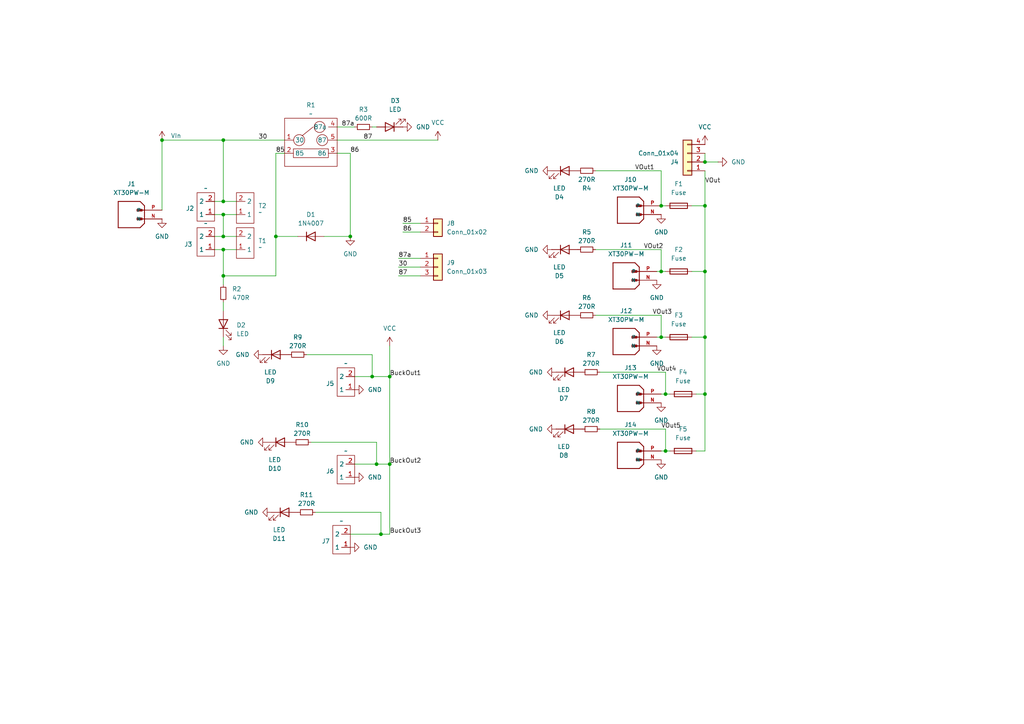
<source format=kicad_sch>
(kicad_sch (version 20250114) (generator "eeschema") (generator_version "9.0")
  (paper "A4")
  (title_block (title "Capybara Rover Power") (date "2025-04-02") (rev "3.1") (company "Imperial Planetary Robotics Lab"))
  (lib_symbols
    (symbol "2.54Jumper:2Pin"
      (property "Reference" "T" (at 0 0 0))
      (symbol "2Pin_0_1"
        (rectangle (start -2.54 8.89) (end 2.54 0))
      )
      (symbol "2Pin_1_1"
        (pin bidirectional line (at 2.54 6.35 180) (length 2.54) (name "1") (number "1"))
        (pin bidirectional line (at 2.54 2.54 180) (length 2.54) (name "2") (number "2"))
      )
    )
    (symbol "2.54Jumper:Wago2P"
      (property "Reference" "J" (at 0 0 0))
      (symbol "Wago2P_0_1"
        (rectangle (start -2.54 8.255) (end 2.54 0))
      )
      (symbol "Wago2P_1_1"
        (pin bidirectional line (at -2.54 6.35 0) (length 2.54) (name "1") (number "1"))
        (pin bidirectional line (at -2.54 2.54 0) (length 2.54) (name "2") (number "2"))
      )
    )
    (symbol "CB-12V:CB1-12V"
      (property "Reference" "R" (at 0 0 0))
      (symbol "CB1-12V_0_1"
        (rectangle (start -7.62 13.97) (end 7.62 0))
        (rectangle (start -5.08 5.08) (end 5.08 2.54))
        (circle (center -3.4 7.62) (radius 1.6))
        (polyline (pts (xy -2.54 8.89) (xy 0.635 11.43)))
        (circle (center 2.54 11.43) (radius 1.6))
        (circle (center 3.3 7.62) (radius 1.6))
      )
      (symbol "CB1-12V_1_1"
        (pin input line (at -7.62 7.62 0) (length 2.54) (name "30") (number "1"))
        (pin bidirectional line (at -7.62 3.81 0) (length 2.54) (name "85") (number "2"))
        (pin output line (at 7.62 11.43 180) (length 2.54) (name "87a") (number "4"))
        (pin output line (at 7.62 7.62 180) (length 2.54) (name "87") (number "5"))
        (pin bidirectional line (at 7.62 3.81 180) (length 2.54) (name "86") (number "3"))
      )
    )
    (symbol "Connector_Generic:Conn_01x02" (pin_names (offset 1.016) (hide yes))
      (property "Reference" "J" (at 0 2.54 0))
      (property "Value" "Conn_01x02" (at 0 -5.08 0))
      (symbol "Conn_01x02_1_1"
        (rectangle (start -1.27 1.27) (end 1.27 -3.81) (stroke (width 0.254)) (fill (type background)))
        (rectangle (start -1.27 0.127) (end 0 -0.127) (stroke (width 0.1524)))
        (rectangle (start -1.27 -2.413) (end 0 -2.667) (stroke (width 0.1524)))
        (pin passive line (at -5.08 0 0) (length 3.81) (name "Pin_1") (number "1"))
        (pin passive line (at -5.08 -2.54 0) (length 3.81) (name "Pin_2") (number "2"))
      )
    )
    (symbol "Connector_Generic:Conn_01x03" (pin_names (offset 1.016) (hide yes))
      (property "Reference" "J" (at 0 5.08 0))
      (property "Value" "Conn_01x03" (at 0 -5.08 0))
      (symbol "Conn_01x03_1_1"
        (rectangle (start -1.27 3.81) (end 1.27 -3.81) (stroke (width 0.254)) (fill (type background)))
        (rectangle (start -1.27 2.667) (end 0 2.413) (stroke (width 0.1524)))
        (rectangle (start -1.27 0.127) (end 0 -0.127) (stroke (width 0.1524)))
        (rectangle (start -1.27 -2.413) (end 0 -2.667) (stroke (width 0.1524)))
        (pin passive line (at -5.08 2.54 0) (length 3.81) (name "Pin_1") (number "1"))
        (pin passive line (at -5.08 0 0) (length 3.81) (name "Pin_2") (number "2"))
        (pin passive line (at -5.08 -2.54 0) (length 3.81) (name "Pin_3") (number "3"))
      )
    )
    (symbol "Connector_Generic:Conn_01x04" (pin_names (offset 1.016) (hide yes))
      (property "Reference" "J" (at 0 5.08 0))
      (property "Value" "Conn_01x04" (at 0 -7.62 0))
      (symbol "Conn_01x04_1_1"
        (rectangle (start -1.27 3.81) (end 1.27 -6.35) (stroke (width 0.254)) (fill (type background)))
        (rectangle (start -1.27 2.667) (end 0 2.413) (stroke (width 0.1524)))
        (rectangle (start -1.27 0.127) (end 0 -0.127) (stroke (width 0.1524)))
        (rectangle (start -1.27 -2.413) (end 0 -2.667) (stroke (width 0.1524)))
        (rectangle (start -1.27 -4.953) (end 0 -5.207) (stroke (width 0.1524)))
        (pin passive line (at -5.08 2.54 0) (length 3.81) (name "Pin_1") (number "1"))
        (pin passive line (at -5.08 0 0) (length 3.81) (name "Pin_2") (number "2"))
        (pin passive line (at -5.08 -2.54 0) (length 3.81) (name "Pin_3") (number "3"))
        (pin passive line (at -5.08 -5.08 0) (length 3.81) (name "Pin_4") (number "4"))
      )
    )
    (symbol "Device:Fuse" (pin_numbers (hide yes)) (pin_names (offset 0))
      (property "Reference" "F" (at 2.032 0 90))
      (property "Value" "Fuse" (at -1.905 0 90))
      (symbol "Fuse_0_1"
        (rectangle (start -0.762 -2.54) (end 0.762 2.54) (stroke (width 0.254)))
        (polyline (pts (xy 0 2.54) (xy 0 -2.54)))
      )
      (symbol "Fuse_1_1"
        (pin passive line (at 0 3.81 270) (length 1.27) (name "~") (number "1"))
        (pin passive line (at 0 -3.81 90) (length 1.27) (name "~") (number "2"))
      )
    )
    (symbol "Device:LED" (pin_numbers (hide yes)) (pin_names (offset 1.016) (hide yes))
      (property "Reference" "D" (at 0 2.54 0))
      (property "Value" "LED" (at 0 -2.54 0))
      (symbol "LED_0_1"
        (polyline (pts (xy -3.048 -0.762) (xy -4.572 -2.286) (xy -3.81 -2.286) (xy -4.572 -2.286) (xy -4.572 -1.524)))
        (polyline (pts (xy -1.778 -0.762) (xy -3.302 -2.286) (xy -2.54 -2.286) (xy -3.302 -2.286) (xy -3.302 -1.524)))
        (polyline (pts (xy -1.27 0) (xy 1.27 0)))
        (polyline (pts (xy -1.27 -1.27) (xy -1.27 1.27)) (stroke (width 0.254)))
        (polyline (pts (xy 1.27 -1.27) (xy 1.27 1.27) (xy -1.27 0) (xy 1.27 -1.27)) (stroke (width 0.254)))
      )
      (symbol "LED_1_1"
        (pin passive line (at -3.81 0 0) (length 2.54) (name "K") (number "1"))
        (pin passive line (at 3.81 0 180) (length 2.54) (name "A") (number "2"))
      )
    )
    (symbol "Device:R_Small" (pin_numbers (hide yes)) (pin_names (offset 0.254) (hide yes))
      (property "Reference" "R" (at 0.762 0.508 0))
      (property "Value" "R_Small" (at 0.762 -1.016 0))
      (symbol "R_Small_0_1"
        (rectangle (start -0.762 1.778) (end 0.762 -1.778) (stroke (width 0.2032)))
      )
      (symbol "R_Small_1_1"
        (pin passive line (at 0 2.54 270) (length 0.762) (name "~") (number "1"))
        (pin passive line (at 0 -2.54 90) (length 0.762) (name "~") (number "2"))
      )
    )
    (symbol "Diode:1N4007" (pin_numbers (hide yes)) (pin_names (hide yes))
      (property "Reference" "D" (at 0 2.54 0))
      (property "Value" "1N4007" (at 0 -2.54 0))
      (symbol "1N4007_0_1"
        (polyline (pts (xy -1.27 1.27) (xy -1.27 -1.27)) (stroke (width 0.254)))
        (polyline (pts (xy 1.27 1.27) (xy 1.27 -1.27) (xy -1.27 0) (xy 1.27 1.27)) (stroke (width 0.254)))
        (polyline (pts (xy 1.27 0) (xy -1.27 0)))
      )
      (symbol "1N4007_1_1"
        (pin passive line (at -3.81 0 0) (length 2.54) (name "K") (number "1"))
        (pin passive line (at 3.81 0 180) (length 2.54) (name "A") (number "2"))
      )
    )
    (symbol "XT30PW-M:XT30PW-M" (pin_names (offset 1.016))
      (property "Reference" "J" (at -7.62 3.302 0))
      (property "Value" "XT30PW-M" (at -7.62 -7.62 0))
      (symbol "XT30PW-M_0_0"
        (polyline (pts (xy -7.62 2.54) (xy -1.27 2.54)) (stroke (width 0.254)))
        (polyline (pts (xy -7.62 -5.08) (xy -7.62 2.54)) (stroke (width 0.254)))
        (rectangle (start -2.2225 -0.3175) (end -0.635 0.3175) (stroke (width 0.1)) (fill (type outline)))
        (rectangle (start -2.2225 -2.8575) (end -0.635 -2.2225) (stroke (width 0.1)) (fill (type outline)))
        (polyline (pts (xy -1.27 -5.08) (xy -7.62 -5.08)) (stroke (width 0.254)))
        (polyline (pts (xy 0 1.27) (xy -1.27 2.54)) (stroke (width 0.254)))
        (polyline (pts (xy 0 1.27) (xy 0 0)) (stroke (width 0.254)))
        (polyline (pts (xy 0 0) (xy -1.905 0)) (stroke (width 0.254)))
        (polyline (pts (xy 0 0) (xy 0 -3.81)) (stroke (width 0.254)))
        (polyline (pts (xy 0 -2.54) (xy -1.905 -2.54)) (stroke (width 0.254)))
        (polyline (pts (xy 0 -3.81) (xy -1.27 -5.08)) (stroke (width 0.254)))
        (pin power_in line (at 5.08 0 180) (length 5.08) (name "P") (number "P"))
        (pin power_in line (at 5.08 -2.54 180) (length 5.08) (name "N") (number "N"))
      )
    )
    (symbol "power:GND" (power) (pin_numbers (hide yes)) (pin_names (offset 0) (hide yes))
      (property "Value" "GND" (at 0 -3.81 0))
      (symbol "GND_0_1"
        (polyline (pts (xy 0 0) (xy 0 -1.27) (xy 1.27 -1.27) (xy 0 -2.54) (xy -1.27 -1.27) (xy 0 -1.27)))
      )
      (symbol "GND_1_1"
        (pin power_in line (at 0 0 270) (length 0) (name "~") (number "1"))
      )
    )
    (symbol "power:VCC" (power) (pin_numbers (hide yes)) (pin_names (offset 0) (hide yes))
      (property "Value" "VCC" (at 0 3.556 0))
      (symbol "VCC_0_1"
        (polyline (pts (xy -0.762 1.27) (xy 0 2.54)))
        (polyline (pts (xy 0 2.54) (xy 0.762 1.27)))
        (polyline (pts (xy 0 0) (xy 0 2.54)))
      )
      (symbol "VCC_1_1"
        (pin power_in line (at 0 0 90) (length 0) (name "~") (number "1"))
      )
    )
  )
  (junction (at 204.47 97.79))
  (junction (at 204.47 114.3))
  (junction (at 64.77 40.64))
  (junction (at 191.77 78.74))
  (junction (at 193.04 130.81))
  (junction (at 64.77 62.23))
  (junction (at 193.04 114.3))
  (junction (at 101.6 68.58))
  (junction (at 46.99 40.64))
  (junction (at 64.77 68.58))
  (junction (at 80.01 68.58))
  (junction (at 204.47 78.74))
  (junction (at 204.47 46.99))
  (junction (at 191.77 97.79))
  (junction (at 64.77 58.42))
  (junction (at 113.03 134.62))
  (junction (at 113.03 109.22))
  (junction (at 204.47 59.69))
  (junction (at 109.22 134.62))
  (junction (at 64.77 80.01))
  (junction (at 191.77 59.69))
  (junction (at 110.49 154.94))
  (junction (at 64.77 72.39))
  (junction (at 107.95 109.22))
  (wire (pts (xy 173.99 124.46) (xy 193.04 124.46)))
  (wire (pts (xy 64.77 68.58) (xy 68.58 68.58)))
  (wire (pts (xy 191.77 49.53) (xy 191.77 59.69)))
  (wire (pts (xy 172.72 49.53) (xy 191.77 49.53)))
  (wire (pts (xy 191.77 91.44) (xy 191.77 97.79)))
  (wire (pts (xy 90.17 128.27) (xy 109.22 128.27)))
  (wire (pts (xy 46.99 60.96) (xy 46.99 40.64)))
  (wire (pts (xy 64.77 72.39) (xy 68.58 72.39)))
  (wire (pts (xy 64.77 58.42) (xy 68.58 58.42)))
  (wire (pts (xy 82.55 44.45) (xy 80.01 44.45)))
  (wire (pts (xy 204.47 130.81) (xy 204.47 114.3)))
  (wire (pts (xy 80.01 68.58) (xy 86.36 68.58)))
  (wire (pts (xy 101.6 44.45) (xy 101.6 68.58)))
  (wire (pts (xy 107.95 36.83) (xy 109.22 36.83)))
  (wire (pts (xy 110.49 154.94) (xy 101.6 154.94)))
  (wire (pts (xy 115.57 80.01) (xy 121.92 80.01)))
  (wire (pts (xy 107.95 102.87) (xy 107.95 109.22)))
  (wire (pts (xy 200.66 59.69) (xy 204.47 59.69)))
  (wire (pts (xy 204.47 97.79) (xy 204.47 78.74)))
  (wire (pts (xy 64.77 62.23) (xy 68.58 62.23)))
  (wire (pts (xy 204.47 46.99) (xy 204.47 44.45)))
  (wire (pts (xy 80.01 68.58) (xy 80.01 80.01)))
  (wire (pts (xy 88.9 102.87) (xy 107.95 102.87)))
  (wire (pts (xy 113.03 134.62) (xy 113.03 109.22)))
  (wire (pts (xy 110.49 148.59) (xy 110.49 154.94)))
  (wire (pts (xy 204.47 49.53) (xy 204.47 59.69)))
  (wire (pts (xy 64.77 68.58) (xy 62.23 68.58)))
  (wire (pts (xy 200.66 78.74) (xy 204.47 78.74)))
  (wire (pts (xy 113.03 100.33) (xy 113.03 109.22)))
  (wire (pts (xy 194.31 130.81) (xy 193.04 130.81)))
  (wire (pts (xy 64.77 80.01) (xy 64.77 72.39)))
  (wire (pts (xy 80.01 44.45) (xy 80.01 68.58)))
  (wire (pts (xy 172.72 91.44) (xy 191.77 91.44)))
  (wire (pts (xy 116.84 64.77) (xy 121.92 64.77)))
  (wire (pts (xy 191.77 78.74) (xy 190.5 78.74)))
  (wire (pts (xy 204.47 59.69) (xy 204.47 78.74)))
  (wire (pts (xy 64.77 100.33) (xy 64.77 97.79)))
  (wire (pts (xy 62.23 58.42) (xy 64.77 58.42)))
  (wire (pts (xy 102.87 109.22) (xy 107.95 109.22)))
  (wire (pts (xy 191.77 72.39) (xy 191.77 78.74)))
  (wire (pts (xy 64.77 40.64) (xy 64.77 58.42)))
  (wire (pts (xy 97.79 44.45) (xy 101.6 44.45)))
  (wire (pts (xy 62.23 72.39) (xy 64.77 72.39)))
  (wire (pts (xy 113.03 109.22) (xy 107.95 109.22)))
  (wire (pts (xy 193.04 114.3) (xy 191.77 114.3)))
  (wire (pts (xy 193.04 107.95) (xy 193.04 114.3)))
  (wire (pts (xy 201.93 130.81) (xy 204.47 130.81)))
  (wire (pts (xy 110.49 154.94) (xy 113.03 154.94)))
  (wire (pts (xy 93.98 68.58) (xy 101.6 68.58)))
  (wire (pts (xy 172.72 72.39) (xy 191.77 72.39)))
  (wire (pts (xy 208.28 46.99) (xy 204.47 46.99)))
  (wire (pts (xy 173.99 107.95) (xy 193.04 107.95)))
  (wire (pts (xy 80.01 80.01) (xy 64.77 80.01)))
  (wire (pts (xy 201.93 114.3) (xy 204.47 114.3)))
  (wire (pts (xy 62.23 62.23) (xy 64.77 62.23)))
  (wire (pts (xy 115.57 77.47) (xy 121.92 77.47)))
  (wire (pts (xy 116.84 67.31) (xy 121.92 67.31)))
  (wire (pts (xy 193.04 59.69) (xy 191.77 59.69)))
  (wire (pts (xy 64.77 80.01) (xy 64.77 82.55)))
  (wire (pts (xy 193.04 78.74) (xy 191.77 78.74)))
  (wire (pts (xy 204.47 97.79) (xy 204.47 114.3)))
  (wire (pts (xy 64.77 62.23) (xy 64.77 68.58)))
  (wire (pts (xy 115.57 74.93) (xy 121.92 74.93)))
  (wire (pts (xy 191.77 97.79) (xy 190.5 97.79)))
  (wire (pts (xy 97.79 40.64) (xy 127 40.64)))
  (wire (pts (xy 193.04 97.79) (xy 191.77 97.79)))
  (wire (pts (xy 200.66 97.79) (xy 204.47 97.79)))
  (wire (pts (xy 113.03 134.62) (xy 113.03 154.94)))
  (wire (pts (xy 64.77 40.64) (xy 82.55 40.64)))
  (wire (pts (xy 109.22 134.62) (xy 113.03 134.62)))
  (wire (pts (xy 64.77 87.63) (xy 64.77 90.17)))
  (wire (pts (xy 109.22 128.27) (xy 109.22 134.62)))
  (wire (pts (xy 194.31 114.3) (xy 193.04 114.3)))
  (wire (pts (xy 102.87 134.62) (xy 109.22 134.62)))
  (wire (pts (xy 193.04 124.46) (xy 193.04 130.81)))
  (wire (pts (xy 91.44 148.59) (xy 110.49 148.59)))
  (wire (pts (xy 97.79 36.83) (xy 102.87 36.83)))
  (wire (pts (xy 193.04 130.81) (xy 191.77 130.81)))
  (wire (pts (xy 46.99 40.64) (xy 64.77 40.64)))
  (label "VOut3" (at 189.23 91.44 0))
  (label "BuckOut1" (at 113.03 109.22 0))
  (label "BuckOut3" (at 113.03 154.94 0))
  (label "VOut4" (at 190.5 107.95 0))
  (label "87a" (at 115.57 74.93 0))
  (label "VOut1" (at 184.15 49.53 0))
  (label "VOut" (at 204.47 53.34 0))
  (label "BuckOut2" (at 113.03 134.62 0))
  (label "85" (at 116.84 64.77 0))
  (label "30" (at 115.57 77.47 0))
  (label "VOut5" (at 191.77 124.46 0))
  (label "87a" (at 99.06 36.83 0))
  (label "VOut2" (at 186.69 72.39 0))
  (label "30" (at 74.93 40.64 0))
  (label "87" (at 105.41 40.64 0))
  (label "87" (at 115.57 80.01 0))
  (label "85" (at 80.01 44.45 0))
  (label "86" (at 116.84 67.31 0))
  (label "86" (at 101.6 44.45 0))
  (symbol (lib_id "Device:LED") (at 80.01 102.87 0) (unit 1)
    (property "Reference" "D9" (at 78.4225 110.49 0))
    (property "Value" "LED" (at 78.4225 107.95 0))
    (property "Footprint" "LED_SMD:LED_0402_1005Metric" (effects (hide yes)))
    (property "Description" "Light emitting diode" (effects (hide yes)))
    (property "Sim.Pins" "1=K 2=A" (effects (hide yes)))
  )
  (symbol (lib_id "Device:LED") (at 165.1 107.95 0) (unit 1)
    (property "Reference" "D7" (at 163.5125 115.57 0))
    (property "Value" "LED" (at 163.5125 113.03 0))
    (property "Footprint" "LED_SMD:LED_0402_1005Metric" (effects (hide yes)))
    (property "Description" "Light emitting diode" (effects (hide yes)))
    (property "Sim.Pins" "1=K 2=A" (effects (hide yes)))
  )
  (symbol (lib_id "Device:Fuse") (at 198.12 130.81 90) (unit 1)
    (property "Reference" "F5" (at 198.12 124.46 90))
    (property "Value" "Fuse" (at 198.12 127 90))
    (property "Footprint" "CapyPower_Footprints:Mini Blade Holder" (effects (hide yes)))
    (property "Description" "Fuse" (effects (hide yes)))
  )
  (symbol (lib_id "2.54Jumper:Wago2P") (at 99.06 152.4 180) (unit 1)
    (property "Reference" "J7" (at 94.488 156.972 0))
    (property "Value" "~" (at 99.06 151.13 0))
    (property "Footprint" "TerminalBlock_WAGO:TerminalBlock_WAGO_233-502_2x02_P2.54mm" (effects (hide yes)))
  )
  (symbol (lib_id "Device:R_Small") (at 171.45 124.46 90) (unit 1)
    (property "Reference" "R8" (at 171.45 119.38 90))
    (property "Value" "270R" (at 171.45 121.92 90))
    (property "Footprint" "Resistor_SMD:R_1206_3216Metric" (effects (hide yes)))
    (property "Description" "Resistor, small symbol" (effects (hide yes)))
  )
  (symbol (lib_id "power:GND") (at 102.87 113.03 90) (unit 1)
    (property "Reference" "#PWR022" (effects (hide yes)))
    (property "Value" "GND" (at 106.68 113.0299 90) (effects (justify right)))
    (property "Description" "Power symbol creates a global label with name \"GND\" , ground" (effects (hide yes)))
  )
  (symbol (lib_id "power:GND") (at 190.5 81.28 0) (unit 1)
    (property "Reference" "#PWR025" (effects (hide yes)))
    (property "Value" "GND" (at 190.5 86.36 0))
    (property "Description" "Power symbol creates a global label with name \"GND\" , ground" (effects (hide yes)))
  )
  (symbol (lib_id "2.54Jumper:2Pin") (at 71.12 66.04 180) (unit 1)
    (property "Reference" "T1" (at 74.93 69.8499 0) (effects (justify right)))
    (property "Value" "~" (at 74.93 71.755 0) (effects (justify right)))
    (property "Footprint" "CapyPower_Footprints:MalePin_2.54_2P" (effects (hide yes)))
  )
  (symbol (lib_id "XT30PW-M:XT30PW-M") (at 41.91 60.96 0) (unit 1)
    (property "Reference" "J1" (at 38.1 53.34 0))
    (property "Value" "XT30PW-M" (at 38.1 55.88 0))
    (property "Footprint" "CapyPower_Footprints:AMASS_XT30PW-M" (effects (hide yes)))
    (property "MF" "AMASS" (effects (hide yes)))
    (property "MAXIMUM_PACKAGE_HEIGHT" "5 mm" (effects (hide yes)))
    (property "Package" "None" (effects (hide yes)))
    (property "Price" "None" (effects (hide yes)))
    (property "Check_prices" "https://www.snapeda.com/parts/XT30PW-M/AMASS/view-part/?ref=eda" (effects (hide yes)))
    (property "STANDARD" "Manufacturer Recommendations" (effects (hide yes)))
    (property "PARTREV" "1.2" (effects (hide yes)))
    (property "SnapEDA_Link" "https://www.snapeda.com/parts/XT30PW-M/AMASS/view-part/?ref=snap" (effects (hide yes)))
    (property "MP" "XT30PW-M" (effects (hide yes)))
    (property "Description_1" "Socket; DC supply; XT30; male; PIN: 2; on PCBs; THT; Colour: yellow" (effects (hide yes)))
    (property "MANUFACTURER" "Amass" (effects (hide yes)))
    (property "Availability" "Not in stock" (effects (hide yes)))
    (property "SNAPEDA_PN" "XT30PW-M" (effects (hide yes)))
  )
  (symbol (lib_id "power:GND") (at 191.77 133.35 0) (unit 1)
    (property "Reference" "#PWR028" (effects (hide yes)))
    (property "Value" "GND" (at 191.77 138.43 0))
    (property "Description" "Power symbol creates a global label with name \"GND\" , ground" (effects (hide yes)))
  )
  (symbol (lib_id "power:VCC") (at 204.47 41.91 0) (unit 1)
    (property "Reference" "#PWR06" (effects (hide yes)))
    (property "Value" "VCC" (at 204.47 36.83 0))
    (property "Description" "Power symbol creates a global label with name \"VCC\"" (effects (hide yes)))
  )
  (symbol (lib_id "XT30PW-M:XT30PW-M") (at 185.42 78.74 0) (unit 1)
    (property "Reference" "J11" (at 181.61 71.12 0))
    (property "Value" "XT30PW-M" (at 181.61 73.66 0))
    (property "Footprint" "CapyPower_Footprints:AMASS_XT30PW-M" (effects (hide yes)))
    (property "MF" "AMASS" (effects (hide yes)))
    (property "MAXIMUM_PACKAGE_HEIGHT" "5 mm" (effects (hide yes)))
    (property "Package" "None" (effects (hide yes)))
    (property "Price" "None" (effects (hide yes)))
    (property "Check_prices" "https://www.snapeda.com/parts/XT30PW-M/AMASS/view-part/?ref=eda" (effects (hide yes)))
    (property "STANDARD" "Manufacturer Recommendations" (effects (hide yes)))
    (property "PARTREV" "1.2" (effects (hide yes)))
    (property "SnapEDA_Link" "https://www.snapeda.com/parts/XT30PW-M/AMASS/view-part/?ref=snap" (effects (hide yes)))
    (property "MP" "XT30PW-M" (effects (hide yes)))
    (property "Description_1" "Socket; DC supply; XT30; male; PIN: 2; on PCBs; THT; Colour: yellow" (effects (hide yes)))
    (property "MANUFACTURER" "Amass" (effects (hide yes)))
    (property "Availability" "Not in stock" (effects (hide yes)))
    (property "SNAPEDA_PN" "XT30PW-M" (effects (hide yes)))
  )
  (symbol (lib_id "CB-12V:CB1-12V") (at 90.17 48.26 0) (unit 1)
    (property "Reference" "R1" (at 90.17 30.48 0))
    (property "Value" "~" (at 90.17 33.02 0))
    (property "Footprint" "CapyPower_Footprints:CB-12V" (effects (hide yes)))
  )
  (symbol (lib_id "Device:LED") (at 81.28 128.27 0) (unit 1)
    (property "Reference" "D10" (at 79.6925 135.89 0))
    (property "Value" "LED" (at 79.6925 133.35 0))
    (property "Footprint" "LED_SMD:LED_0402_1005Metric" (effects (hide yes)))
    (property "Description" "Light emitting diode" (effects (hide yes)))
    (property "Sim.Pins" "1=K 2=A" (effects (hide yes)))
  )
  (symbol (lib_id "Diode:1N4007") (at 90.17 68.58 0) (unit 1)
    (property "Reference" "D1" (at 90.17 62.23 0))
    (property "Value" "1N4007" (at 90.17 64.77 0))
    (property "Footprint" "Diode_THT:D_DO-41_SOD81_P10.16mm_Horizontal" (effects (hide yes)))
    (property "Datasheet" "http://www.vishay.com/docs/88503/1n4001.pdf" (effects (hide yes)))
    (property "Description" "1000V 1A General Purpose Rectifier Diode, DO-41" (effects (hide yes)))
    (property "Sim.Device" "D" (effects (hide yes)))
    (property "Sim.Pins" "1=K 2=A" (effects (hide yes)))
  )
  (symbol (lib_id "power:VCC") (at 127 40.64 0) (unit 1)
    (property "Reference" "#PWR05" (effects (hide yes)))
    (property "Value" "VCC" (at 127 35.56 0))
    (property "Description" "Power symbol creates a global label with name \"VCC\"" (effects (hide yes)))
  )
  (symbol (lib_id "Device:R_Small") (at 88.9 148.59 90) (unit 1)
    (property "Reference" "R11" (at 88.9 143.51 90))
    (property "Value" "270R" (at 88.9 146.05 90))
    (property "Footprint" "Resistor_SMD:R_1206_3216Metric" (effects (hide yes)))
    (property "Description" "Resistor, small symbol" (effects (hide yes)))
  )
  (symbol (lib_id "2.54Jumper:Wago2P") (at 100.33 106.68 180) (unit 1)
    (property "Reference" "J5" (at 95.758 111.252 0))
    (property "Value" "~" (at 100.33 105.41 0))
    (property "Footprint" "TerminalBlock_WAGO:TerminalBlock_WAGO_233-502_2x02_P2.54mm" (effects (hide yes)))
  )
  (symbol (lib_id "Connector_Generic:Conn_01x04") (at 199.39 46.99 180) (unit 1)
    (property "Reference" "J4" (at 196.85 46.9901 0) (effects (justify left)))
    (property "Value" "Conn_01x04" (at 196.85 44.4501 0) (effects (justify left)))
    (property "Footprint" "TerminalBlock_WAGO:TerminalBlock_WAGO_233-504_2x04_P2.54mm" (effects (hide yes)))
    (property "Description" "Generic connector, single row, 01x04, script generated (kicad-library-utils/schlib/autogen/connector/)" (effects (hide yes)))
  )
  (symbol (lib_id "Device:LED") (at 163.83 91.44 0) (unit 1)
    (property "Reference" "D6" (at 162.2425 99.06 0))
    (property "Value" "LED" (at 162.2425 96.52 0))
    (property "Footprint" "LED_SMD:LED_0402_1005Metric" (effects (hide yes)))
    (property "Description" "Light emitting diode" (effects (hide yes)))
    (property "Sim.Pins" "1=K 2=A" (effects (hide yes)))
  )
  (symbol (lib_id "power:GND") (at 116.84 36.83 90) (unit 1)
    (property "Reference" "#PWR07" (effects (hide yes)))
    (property "Value" "GND" (at 120.65 36.8299 90) (effects (justify right)))
    (property "Description" "Power symbol creates a global label with name \"GND\" , ground" (effects (hide yes)))
  )
  (symbol (lib_id "Device:LED") (at 165.1 124.46 0) (unit 1)
    (property "Reference" "D8" (at 163.5125 132.08 0))
    (property "Value" "LED" (at 163.5125 129.54 0))
    (property "Footprint" "LED_SMD:LED_0402_1005Metric" (effects (hide yes)))
    (property "Description" "Light emitting diode" (effects (hide yes)))
    (property "Sim.Pins" "1=K 2=A" (effects (hide yes)))
  )
  (symbol (lib_id "Device:LED") (at 64.77 93.98 90) (unit 1)
    (property "Reference" "D2" (at 68.58 94.2974 90) (effects (justify right)))
    (property "Value" "LED" (at 68.58 96.8374 90) (effects (justify right)))
    (property "Footprint" "LED_SMD:LED_0402_1005Metric" (effects (hide yes)))
    (property "Description" "Light emitting diode" (effects (hide yes)))
    (property "Sim.Pins" "1=K 2=A" (effects (hide yes)))
  )
  (symbol (lib_id "Device:R_Small") (at 171.45 107.95 90) (unit 1)
    (property "Reference" "R7" (at 171.45 102.87 90))
    (property "Value" "270R" (at 171.45 105.41 90))
    (property "Footprint" "Resistor_SMD:R_1206_3216Metric" (effects (hide yes)))
    (property "Description" "Resistor, small symbol" (effects (hide yes)))
  )
  (symbol (lib_id "2.54Jumper:Wago2P") (at 59.69 66.04 180) (unit 1)
    (property "Reference" "J3" (at 54.61 70.866 0))
    (property "Value" "~" (at 59.69 64.77 0))
    (property "Footprint" "TerminalBlock_WAGO:TerminalBlock_WAGO_233-502_2x02_P2.54mm" (effects (hide yes)))
  )
  (symbol (lib_id "Device:R_Small") (at 64.77 85.09 0) (unit 1)
    (property "Reference" "R2" (at 67.31 83.8199 0) (effects (justify left)))
    (property "Value" "470R" (at 67.31 86.3599 0) (effects (justify left)))
    (property "Footprint" "Resistor_SMD:R_1206_3216Metric" (effects (hide yes)))
    (property "Description" "Resistor, small symbol" (effects (hide yes)))
  )
  (symbol (lib_id "power:GND") (at 102.87 138.43 90) (unit 1)
    (property "Reference" "#PWR023" (effects (hide yes)))
    (property "Value" "GND" (at 106.68 138.4299 90) (effects (justify right)))
    (property "Description" "Power symbol creates a global label with name \"GND\" , ground" (effects (hide yes)))
  )
  (symbol (lib_id "Device:R_Small") (at 87.63 128.27 90) (unit 1)
    (property "Reference" "R10" (at 87.63 123.19 90))
    (property "Value" "270R" (at 87.63 125.73 90))
    (property "Footprint" "Resistor_SMD:R_1206_3216Metric" (effects (hide yes)))
    (property "Description" "Resistor, small symbol" (effects (hide yes)))
  )
  (symbol (lib_id "XT30PW-M:XT30PW-M") (at 186.69 59.69 0) (unit 1)
    (property "Reference" "J10" (at 182.88 52.07 0))
    (property "Value" "XT30PW-M" (at 182.88 54.61 0))
    (property "Footprint" "CapyPower_Footprints:AMASS_XT30PW-M" (effects (hide yes)))
    (property "MF" "AMASS" (effects (hide yes)))
    (property "MAXIMUM_PACKAGE_HEIGHT" "5 mm" (effects (hide yes)))
    (property "Package" "None" (effects (hide yes)))
    (property "Price" "None" (effects (hide yes)))
    (property "Check_prices" "https://www.snapeda.com/parts/XT30PW-M/AMASS/view-part/?ref=eda" (effects (hide yes)))
    (property "STANDARD" "Manufacturer Recommendations" (effects (hide yes)))
    (property "PARTREV" "1.2" (effects (hide yes)))
    (property "SnapEDA_Link" "https://www.snapeda.com/parts/XT30PW-M/AMASS/view-part/?ref=snap" (effects (hide yes)))
    (property "MP" "XT30PW-M" (effects (hide yes)))
    (property "Description_1" "Socket; DC supply; XT30; male; PIN: 2; on PCBs; THT; Colour: yellow" (effects (hide yes)))
    (property "MANUFACTURER" "Amass" (effects (hide yes)))
    (property "Availability" "Not in stock" (effects (hide yes)))
    (property "SNAPEDA_PN" "XT30PW-M" (effects (hide yes)))
  )
  (symbol (lib_id "power:GND") (at 78.74 148.59 270) (unit 1)
    (property "Reference" "#PWR021" (effects (hide yes)))
    (property "Value" "GND" (at 74.93 148.5901 90) (effects (justify right)))
    (property "Description" "Power symbol creates a global label with name \"GND\" , ground" (effects (hide yes)))
  )
  (symbol (lib_id "Device:Fuse") (at 198.12 114.3 90) (unit 1)
    (property "Reference" "F4" (at 198.12 107.95 90))
    (property "Value" "Fuse" (at 198.12 110.49 90))
    (property "Footprint" "CapyPower_Footprints:Mini Blade Holder" (effects (hide yes)))
    (property "Description" "Fuse" (effects (hide yes)))
  )
  (symbol (lib_id "XT30PW-M:XT30PW-M") (at 186.69 114.3 0) (unit 1)
    (property "Reference" "J13" (at 182.88 106.68 0))
    (property "Value" "XT30PW-M" (at 182.88 109.22 0))
    (property "Footprint" "CapyPower_Footprints:AMASS_XT30PW-M" (effects (hide yes)))
    (property "MF" "AMASS" (effects (hide yes)))
    (property "MAXIMUM_PACKAGE_HEIGHT" "5 mm" (effects (hide yes)))
    (property "Package" "None" (effects (hide yes)))
    (property "Price" "None" (effects (hide yes)))
    (property "Check_prices" "https://www.snapeda.com/parts/XT30PW-M/AMASS/view-part/?ref=eda" (effects (hide yes)))
    (property "STANDARD" "Manufacturer Recommendations" (effects (hide yes)))
    (property "PARTREV" "1.2" (effects (hide yes)))
    (property "SnapEDA_Link" "https://www.snapeda.com/parts/XT30PW-M/AMASS/view-part/?ref=snap" (effects (hide yes)))
    (property "MP" "XT30PW-M" (effects (hide yes)))
    (property "Description_1" "Socket; DC supply; XT30; male; PIN: 2; on PCBs; THT; Colour: yellow" (effects (hide yes)))
    (property "MANUFACTURER" "Amass" (effects (hide yes)))
    (property "Availability" "Not in stock" (effects (hide yes)))
    (property "SNAPEDA_PN" "XT30PW-M" (effects (hide yes)))
  )
  (symbol (lib_id "2.54Jumper:Wago2P") (at 100.33 132.08 180) (unit 1)
    (property "Reference" "J6" (at 95.758 136.652 0))
    (property "Value" "~" (at 100.33 130.81 0))
    (property "Footprint" "TerminalBlock_WAGO:TerminalBlock_WAGO_233-502_2x02_P2.54mm" (effects (hide yes)))
  )
  (symbol (lib_id "Device:LED") (at 163.83 72.39 0) (unit 1)
    (property "Reference" "D5" (at 162.2425 80.01 0))
    (property "Value" "LED" (at 162.2425 77.47 0))
    (property "Footprint" "LED_SMD:LED_0402_1005Metric" (effects (hide yes)))
    (property "Description" "Light emitting diode" (effects (hide yes)))
    (property "Sim.Pins" "1=K 2=A" (effects (hide yes)))
  )
  (symbol (lib_id "Connector_Generic:Conn_01x03") (at 127 77.47 0) (unit 1)
    (property "Reference" "J9" (at 129.54 76.1999 0) (effects (justify left)))
    (property "Value" "Conn_01x03" (at 129.54 78.7399 0) (effects (justify left)))
    (property "Footprint" "CapyPower_Footprints:ScrewTerminal_P6.00mm_3P" (effects (hide yes)))
    (property "Description" "Generic connector, single row, 01x03, script generated (kicad-library-utils/schlib/autogen/connector/)" (effects (hide yes)))
  )
  (symbol (lib_id "power:GND") (at 160.02 49.53 270) (unit 1)
    (property "Reference" "#PWR014" (effects (hide yes)))
    (property "Value" "GND" (at 156.21 49.5301 90) (effects (justify right)))
    (property "Description" "Power symbol creates a global label with name \"GND\" , ground" (effects (hide yes)))
  )
  (symbol (lib_id "2.54Jumper:2Pin") (at 71.12 55.88 180) (unit 1)
    (property "Reference" "T2" (at 74.93 59.6899 0) (effects (justify right)))
    (property "Value" "~" (at 74.93 61.595 0) (effects (justify right)))
    (property "Footprint" "CapyPower_Footprints:MalePin_2.54_2P" (effects (hide yes)))
  )
  (symbol (lib_id "Device:Fuse") (at 196.85 78.74 90) (unit 1)
    (property "Reference" "F2" (at 196.85 72.39 90))
    (property "Value" "Fuse" (at 196.85 74.93 90))
    (property "Footprint" "CapyPower_Footprints:Mini Blade Holder" (effects (hide yes)))
    (property "Description" "Fuse" (effects (hide yes)))
  )
  (symbol (lib_id "power:GND") (at 161.29 107.95 270) (unit 1)
    (property "Reference" "#PWR017" (effects (hide yes)))
    (property "Value" "GND" (at 157.48 107.9501 90) (effects (justify right)))
    (property "Description" "Power symbol creates a global label with name \"GND\" , ground" (effects (hide yes)))
  )
  (symbol (lib_id "power:GND") (at 191.77 62.23 0) (unit 1)
    (property "Reference" "#PWR09" (effects (hide yes)))
    (property "Value" "GND" (at 191.77 67.31 0))
    (property "Description" "Power symbol creates a global label with name \"GND\" , ground" (effects (hide yes)))
  )
  (symbol (lib_id "XT30PW-M:XT30PW-M") (at 186.69 130.81 0) (unit 1)
    (property "Reference" "J14" (at 182.88 123.19 0))
    (property "Value" "XT30PW-M" (at 182.88 125.73 0))
    (property "Footprint" "CapyPower_Footprints:AMASS_XT30PW-M" (effects (hide yes)))
    (property "MF" "AMASS" (effects (hide yes)))
    (property "MAXIMUM_PACKAGE_HEIGHT" "5 mm" (effects (hide yes)))
    (property "Package" "None" (effects (hide yes)))
    (property "Price" "None" (effects (hide yes)))
    (property "Check_prices" "https://www.snapeda.com/parts/XT30PW-M/AMASS/view-part/?ref=eda" (effects (hide yes)))
    (property "STANDARD" "Manufacturer Recommendations" (effects (hide yes)))
    (property "PARTREV" "1.2" (effects (hide yes)))
    (property "SnapEDA_Link" "https://www.snapeda.com/parts/XT30PW-M/AMASS/view-part/?ref=snap" (effects (hide yes)))
    (property "MP" "XT30PW-M" (effects (hide yes)))
    (property "Description_1" "Socket; DC supply; XT30; male; PIN: 2; on PCBs; THT; Colour: yellow" (effects (hide yes)))
    (property "MANUFACTURER" "Amass" (effects (hide yes)))
    (property "Availability" "Not in stock" (effects (hide yes)))
    (property "SNAPEDA_PN" "XT30PW-M" (effects (hide yes)))
  )
  (symbol (lib_id "Device:R_Small") (at 170.18 49.53 270) (unit 1)
    (property "Reference" "R4" (at 170.18 54.61 90))
    (property "Value" "270R" (at 170.18 52.07 90))
    (property "Footprint" "Resistor_SMD:R_1206_3216Metric" (effects (hide yes)))
    (property "Description" "Resistor, small symbol" (effects (hide yes)))
  )
  (symbol (lib_id "power:GND") (at 46.99 63.5 0) (unit 1)
    (property "Reference" "#PWR01" (effects (hide yes)))
    (property "Value" "GND" (at 46.99 68.58 0))
    (property "Description" "Power symbol creates a global label with name \"GND\" , ground" (effects (hide yes)))
  )
  (symbol (lib_id "Device:R_Small") (at 170.18 72.39 90) (unit 1)
    (property "Reference" "R5" (at 170.18 67.31 90))
    (property "Value" "270R" (at 170.18 69.85 90))
    (property "Footprint" "Resistor_SMD:R_1206_3216Metric" (effects (hide yes)))
    (property "Description" "Resistor, small symbol" (effects (hide yes)))
  )
  (symbol (lib_id "power:GND") (at 101.6 158.75 90) (unit 1)
    (property "Reference" "#PWR024" (effects (hide yes)))
    (property "Value" "GND" (at 105.41 158.7499 90) (effects (justify right)))
    (property "Description" "Power symbol creates a global label with name \"GND\" , ground" (effects (hide yes)))
  )
  (symbol (lib_id "power:GND") (at 161.29 124.46 270) (unit 1)
    (property "Reference" "#PWR018" (effects (hide yes)))
    (property "Value" "GND" (at 157.48 124.4601 90) (effects (justify right)))
    (property "Description" "Power symbol creates a global label with name \"GND\" , ground" (effects (hide yes)))
  )
  (symbol (lib_id "power:GND") (at 191.77 116.84 0) (unit 1)
    (property "Reference" "#PWR027" (effects (hide yes)))
    (property "Value" "GND" (at 191.77 121.92 0))
    (property "Description" "Power symbol creates a global label with name \"GND\" , ground" (effects (hide yes)))
  )
  (symbol (lib_id "power:GND") (at 160.02 91.44 270) (unit 1)
    (property "Reference" "#PWR016" (effects (hide yes)))
    (property "Value" "GND" (at 156.21 91.4401 90) (effects (justify right)))
    (property "Description" "Power symbol creates a global label with name \"GND\" , ground" (effects (hide yes)))
  )
  (symbol (lib_id "Device:LED") (at 82.55 148.59 0) (unit 1)
    (property "Reference" "D11" (at 80.9625 156.21 0))
    (property "Value" "LED" (at 80.9625 153.67 0))
    (property "Footprint" "LED_SMD:LED_0402_1005Metric" (effects (hide yes)))
    (property "Description" "Light emitting diode" (effects (hide yes)))
    (property "Sim.Pins" "1=K 2=A" (effects (hide yes)))
  )
  (symbol (lib_id "power:GND") (at 77.47 128.27 270) (unit 1)
    (property "Reference" "#PWR020" (effects (hide yes)))
    (property "Value" "GND" (at 73.66 128.2701 90) (effects (justify right)))
    (property "Description" "Power symbol creates a global label with name \"GND\" , ground" (effects (hide yes)))
  )
  (symbol (lib_id "power:VCC") (at 46.99 40.64 0) (unit 1)
    (property "Reference" "#PWR02" (effects (hide yes)))
    (property "Value" "VIn" (at 49.53 39.3699 0) (effects (justify left)))
    (property "Description" "Power symbol creates a global label with name \"VCC\"" (effects (hide yes)))
  )
  (symbol (lib_id "Device:Fuse") (at 196.85 97.79 90) (unit 1)
    (property "Reference" "F3" (at 196.85 91.44 90))
    (property "Value" "Fuse" (at 196.85 93.98 90))
    (property "Footprint" "CapyPower_Footprints:Mini Blade Holder" (effects (hide yes)))
    (property "Description" "Fuse" (effects (hide yes)))
  )
  (symbol (lib_id "Device:LED") (at 163.83 49.53 0) (unit 1)
    (property "Reference" "D4" (at 162.2425 57.15 0))
    (property "Value" "LED" (at 162.2425 54.61 0))
    (property "Footprint" "LED_SMD:LED_0402_1005Metric" (effects (hide yes)))
    (property "Description" "Light emitting diode" (effects (hide yes)))
    (property "Sim.Pins" "1=K 2=A" (effects (hide yes)))
  )
  (symbol (lib_id "2.54Jumper:Wago2P") (at 59.69 55.88 180) (unit 1)
    (property "Reference" "J2" (at 55.118 60.452 0))
    (property "Value" "~" (at 59.69 54.61 0))
    (property "Footprint" "TerminalBlock_WAGO:TerminalBlock_WAGO_233-502_2x02_P2.54mm" (effects (hide yes)))
  )
  (symbol (lib_id "power:GND") (at 160.02 72.39 270) (unit 1)
    (property "Reference" "#PWR015" (effects (hide yes)))
    (property "Value" "GND" (at 156.21 72.3901 90) (effects (justify right)))
    (property "Description" "Power symbol creates a global label with name \"GND\" , ground" (effects (hide yes)))
  )
  (symbol (lib_id "power:VCC") (at 113.03 100.33 0) (unit 1)
    (property "Reference" "#PWR010" (effects (hide yes)))
    (property "Value" "VCC" (at 113.03 95.25 0))
    (property "Description" "Power symbol creates a global label with name \"VCC\"" (effects (hide yes)))
  )
  (symbol (lib_id "power:GND") (at 208.28 46.99 90) (unit 1)
    (property "Reference" "#PWR08" (effects (hide yes)))
    (property "Value" "GND" (at 212.09 46.9901 90) (effects (justify right)))
    (property "Description" "Power symbol creates a global label with name \"GND\" , ground" (effects (hide yes)))
  )
  (symbol (lib_id "Device:R_Small") (at 86.36 102.87 90) (unit 1)
    (property "Reference" "R9" (at 86.36 97.79 90))
    (property "Value" "270R" (at 86.36 100.33 90))
    (property "Footprint" "Resistor_SMD:R_1206_3216Metric" (effects (hide yes)))
    (property "Description" "Resistor, small symbol" (effects (hide yes)))
  )
  (symbol (lib_id "power:GND") (at 64.77 100.33 0) (unit 1)
    (property "Reference" "#PWR03" (effects (hide yes)))
    (property "Value" "GND" (at 64.77 105.41 0))
    (property "Description" "Power symbol creates a global label with name \"GND\" , ground" (effects (hide yes)))
  )
  (symbol (lib_id "power:GND") (at 190.5 100.33 0) (unit 1)
    (property "Reference" "#PWR026" (effects (hide yes)))
    (property "Value" "GND" (at 190.5 105.41 0))
    (property "Description" "Power symbol creates a global label with name \"GND\" , ground" (effects (hide yes)))
  )
  (symbol (lib_id "Device:R_Small") (at 170.18 91.44 90) (unit 1)
    (property "Reference" "R6" (at 170.18 86.36 90))
    (property "Value" "270R" (at 170.18 88.9 90))
    (property "Footprint" "Resistor_SMD:R_1206_3216Metric" (effects (hide yes)))
    (property "Description" "Resistor, small symbol" (effects (hide yes)))
  )
  (symbol (lib_id "XT30PW-M:XT30PW-M") (at 185.42 97.79 0) (unit 1)
    (property "Reference" "J12" (at 181.61 90.17 0))
    (property "Value" "XT30PW-M" (at 181.61 92.71 0))
    (property "Footprint" "CapyPower_Footprints:AMASS_XT30PW-M" (effects (hide yes)))
    (property "MF" "AMASS" (effects (hide yes)))
    (property "MAXIMUM_PACKAGE_HEIGHT" "5 mm" (effects (hide yes)))
    (property "Package" "None" (effects (hide yes)))
    (property "Price" "None" (effects (hide yes)))
    (property "Check_prices" "https://www.snapeda.com/parts/XT30PW-M/AMASS/view-part/?ref=eda" (effects (hide yes)))
    (property "STANDARD" "Manufacturer Recommendations" (effects (hide yes)))
    (property "PARTREV" "1.2" (effects (hide yes)))
    (property "SnapEDA_Link" "https://www.snapeda.com/parts/XT30PW-M/AMASS/view-part/?ref=snap" (effects (hide yes)))
    (property "MP" "XT30PW-M" (effects (hide yes)))
    (property "Description_1" "Socket; DC supply; XT30; male; PIN: 2; on PCBs; THT; Colour: yellow" (effects (hide yes)))
    (property "MANUFACTURER" "Amass" (effects (hide yes)))
    (property "Availability" "Not in stock" (effects (hide yes)))
    (property "SNAPEDA_PN" "XT30PW-M" (effects (hide yes)))
  )
  (symbol (lib_id "power:GND") (at 76.2 102.87 270) (unit 1)
    (property "Reference" "#PWR019" (effects (hide yes)))
    (property "Value" "GND" (at 72.39 102.8701 90) (effects (justify right)))
    (property "Description" "Power symbol creates a global label with name \"GND\" , ground" (effects (hide yes)))
  )
  (symbol (lib_id "Device:Fuse") (at 196.85 59.69 90) (unit 1)
    (property "Reference" "F1" (at 196.85 53.34 90))
    (property "Value" "Fuse" (at 196.85 55.88 90))
    (property "Footprint" "CapyPower_Footprints:Mini Blade Holder" (effects (hide yes)))
    (property "Description" "Fuse" (effects (hide yes)))
  )
  (symbol (lib_id "Connector_Generic:Conn_01x02") (at 127 64.77 0) (unit 1)
    (property "Reference" "J8" (at 129.54 64.7699 0) (effects (justify left)))
    (property "Value" "Conn_01x02" (at 129.54 67.3099 0) (effects (justify left)))
    (property "Footprint" "CapyPower_Footprints:ScrewTerminal_P6.00mm_2P" (effects (hide yes)))
    (property "Description" "Generic connector, single row, 01x02, script generated (kicad-library-utils/schlib/autogen/connector/)" (effects (hide yes)))
  )
  (symbol (lib_id "power:GND") (at 101.6 68.58 0) (unit 1)
    (property "Reference" "#PWR04" (effects (hide yes)))
    (property "Value" "GND" (at 101.6 73.66 0))
    (property "Description" "Power symbol creates a global label with name \"GND\" , ground" (effects (hide yes)))
  )
  (symbol (lib_id "Device:LED") (at 113.03 36.83 180) (unit 1)
    (property "Reference" "D3" (at 114.6175 29.21 0))
    (property "Value" "LED" (at 114.6175 31.75 0))
    (property "Footprint" "LED_SMD:LED_0402_1005Metric" (effects (hide yes)))
    (property "Description" "Light emitting diode" (effects (hide yes)))
    (property "Sim.Pins" "1=K 2=A" (effects (hide yes)))
  )
  (symbol (lib_id "Device:R_Small") (at 105.41 36.83 90) (unit 1)
    (property "Reference" "R3" (at 105.41 31.75 90))
    (property "Value" "600R" (at 105.41 34.29 90))
    (property "Footprint" "Resistor_SMD:R_1206_3216Metric" (effects (hide yes)))
    (property "Description" "Resistor, small symbol" (effects (hide yes)))
  )
)
</source>
